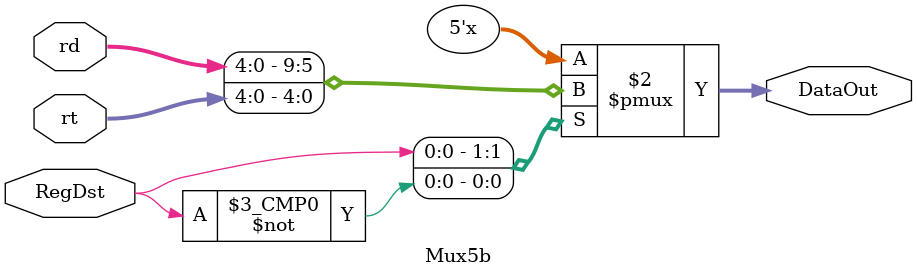
<source format=v>

module Mux5b
(
	//Entradas
	input wire RegDst,          //Selector
	input wire [4:0] rt,        //RT
	input wire [4:0] rd,        //RD
	
	//Salida
	output reg [4:0] DataOut    //Dato de salida
);

always @(*) begin
	case (RegDst)
		1'b1: begin
			DataOut = rd;
		end
		1'b0: begin
			DataOut = rt;
		end
	endcase
end

endmodule

</source>
